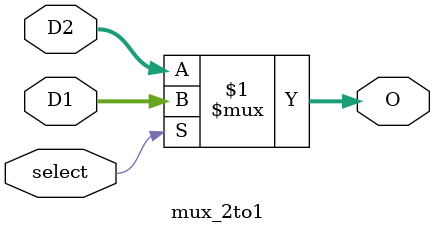
<source format=v>
module mux_2to1 #(parameter W=8)(D1,D2,select,O);
output [(W-1):0]O;
input [(W-1):0]D1;
input [(W-1):0]D2;
input select;
assign O=(select)?D1:D2;
endmodule
</source>
